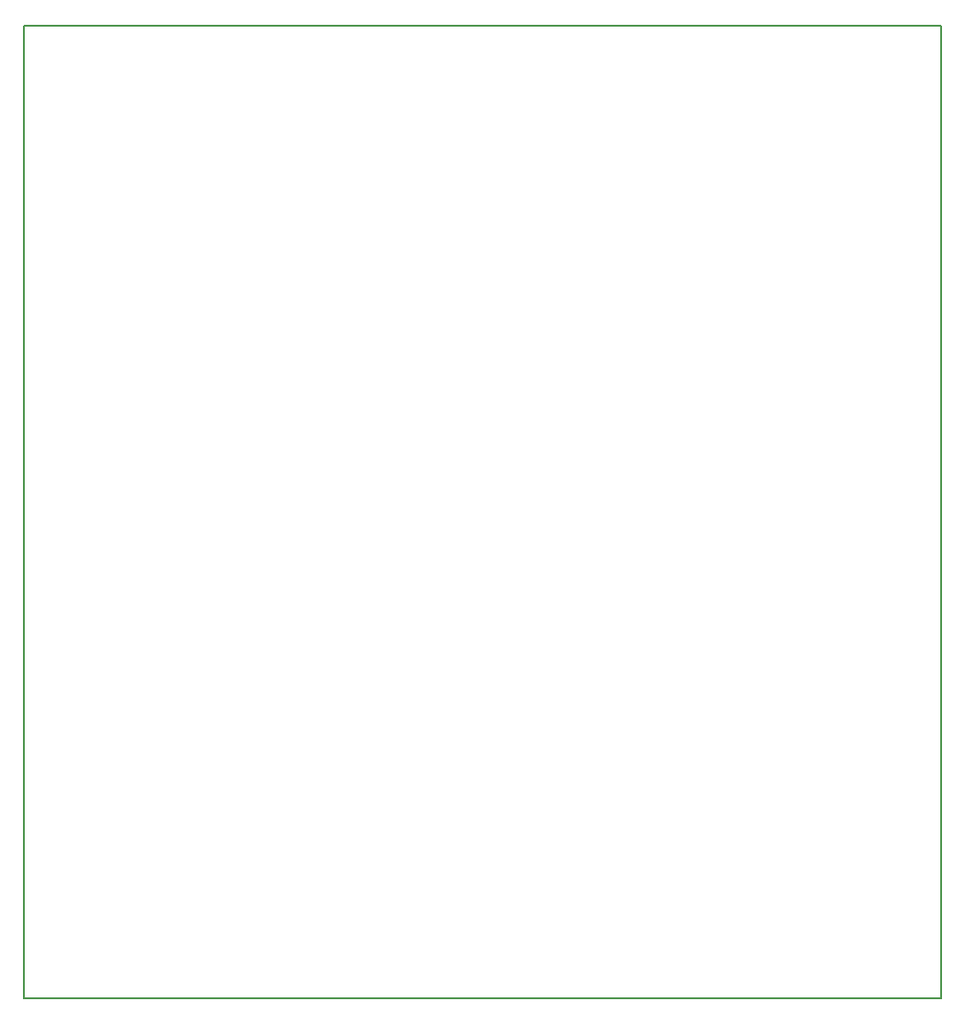
<source format=gm1>
G04 MADE WITH FRITZING*
G04 WWW.FRITZING.ORG*
G04 DOUBLE SIDED*
G04 HOLES PLATED*
G04 CONTOUR ON CENTER OF CONTOUR VECTOR*
%ASAXBY*%
%FSLAX23Y23*%
%MOIN*%
%OFA0B0*%
%SFA1.0B1.0*%
%ADD10R,3.335010X3.536830*%
%ADD11C,0.008000*%
%ADD10C,0.008*%
%LNCONTOUR*%
G90*
G70*
G54D10*
G54D11*
X4Y3533D02*
X3331Y3533D01*
X3331Y4D01*
X4Y4D01*
X4Y3533D01*
D02*
G04 End of contour*
M02*
</source>
